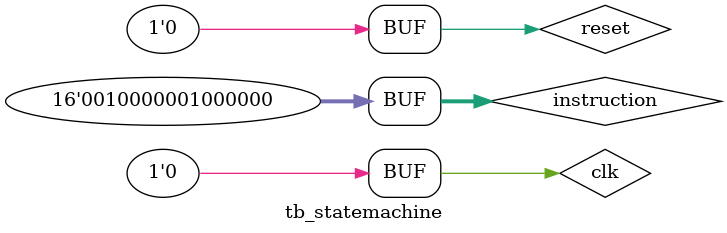
<source format=v>
module tb_statemachine();
	reg clk, reset;
	reg [15:0] instruction;
	wire [3:0] aluControl;
	wire pcRegEn, srcRegEn, dstRegEn, immRegEn, resultRegEn, signEn, regFileEn, pcRegMuxEn, 
			mux4En, shiftALUMuxEn, regImmMuxEn, memRead, memwrite,pcEn;
	
	statemachine uut(
		.clk(clk), .reset(reset), .instruction(instruction), .aluControl(aluControl), 
		.pcRegEn(pcRegEn), .srcRegEn(srcRegEn), .dstRegEn(dstRegEn), .immRegEn(immRegEn), 
		.resultRegEn(resultRegEn), .signEn(signEn), .regFileEn(regFileEn), .pcRegMuxEn(pcRegMuxEn), 
		.mux4En(mux4En), .shiftALUMuxEn(shiftALUMuxEn), .regImmMuxEn(regImmMuxEn), .memread(memRead), 
		.memwrite(memwrite), .pcEn(pcEn)
	);
	
	initial begin
		// Initiaize values
		clk = 0;
		reset = 0; #5;
		
		reset = 1; #10;
		reset = 0; #20;
		
		instruction = 16'b0010000001000000; #7; // STORE 
	end		
		
endmodule 
</source>
